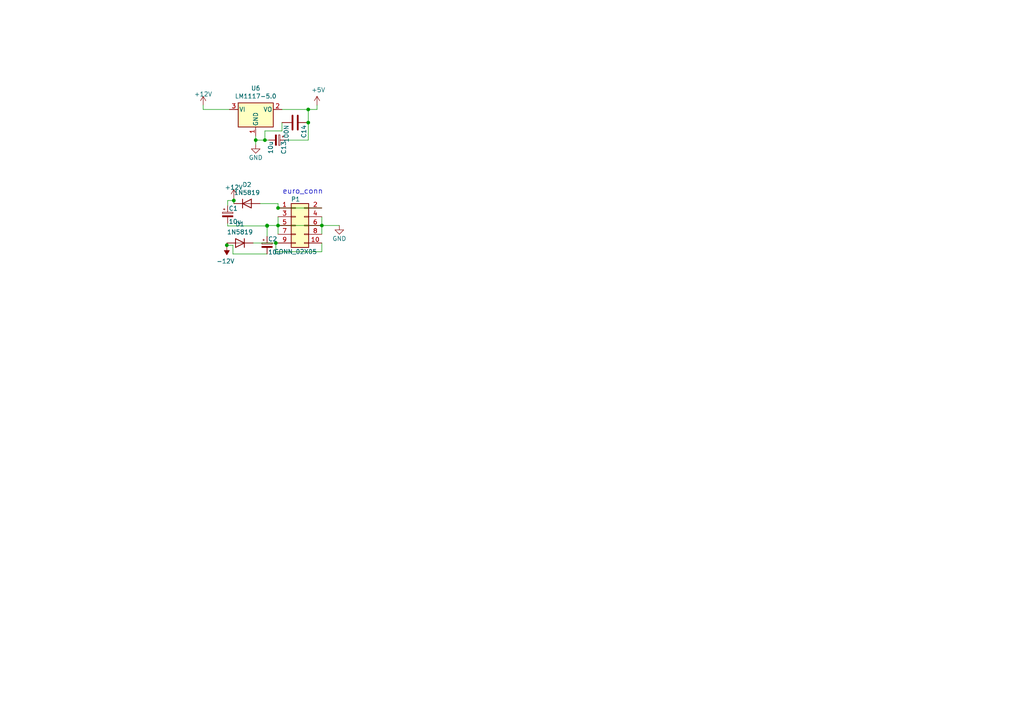
<source format=kicad_sch>
(kicad_sch (version 20211123) (generator eeschema)
  (paper "A4")
  (lib_symbols
    (symbol "Connector_Generic:Conn_02x05_Odd_Even" (pin_names (offset 1.016) hide)
      (property "Reference" "J" (at 1.27 7.62 0))
      (property "Value" "Conn_02x05_Odd_Even" (at 1.27 -7.62 0))
      (symbol "Conn_02x05_Odd_Even_1_1"
        (rectangle (start -1.27 -4.953) (end 0 -5.207) (stroke (width 0.1524)))
        (rectangle (start -1.27 -2.413) (end 0 -2.667) (stroke (width 0.1524)))
        (rectangle (start -1.27 0.127) (end 0 -0.127) (stroke (width 0.1524)))
        (rectangle (start -1.27 2.667) (end 0 2.413) (stroke (width 0.1524)))
        (rectangle (start -1.27 5.207) (end 0 4.953) (stroke (width 0.1524)))
        (rectangle (start -1.27 6.35) (end 3.81 -6.35) (stroke (width 0.254)) (fill (type background)))
        (rectangle (start 3.81 -4.953) (end 2.54 -5.207) (stroke (width 0.1524)))
        (rectangle (start 3.81 -2.413) (end 2.54 -2.667) (stroke (width 0.1524)))
        (rectangle (start 3.81 0.127) (end 2.54 -0.127) (stroke (width 0.1524)))
        (rectangle (start 3.81 2.667) (end 2.54 2.413) (stroke (width 0.1524)))
        (rectangle (start 3.81 5.207) (end 2.54 4.953) (stroke (width 0.1524)))
        (pin passive line (at -5.08 5.08 0) (length 3.81) (name "Pin_1") (number "1"))
        (pin passive line (at 7.62 -5.08 180) (length 3.81) (name "Pin_10") (number "10"))
        (pin passive line (at 7.62 5.08 180) (length 3.81) (name "Pin_2") (number "2"))
        (pin passive line (at -5.08 2.54 0) (length 3.81) (name "Pin_3") (number "3"))
        (pin passive line (at 7.62 2.54 180) (length 3.81) (name "Pin_4") (number "4"))
        (pin passive line (at -5.08 0 0) (length 3.81) (name "Pin_5") (number "5"))
        (pin passive line (at 7.62 0 180) (length 3.81) (name "Pin_6") (number "6"))
        (pin passive line (at -5.08 -2.54 0) (length 3.81) (name "Pin_7") (number "7"))
        (pin passive line (at 7.62 -2.54 180) (length 3.81) (name "Pin_8") (number "8"))
        (pin passive line (at -5.08 -5.08 0) (length 3.81) (name "Pin_9") (number "9"))
      )
    )
    (symbol "Device:C" (pin_numbers hide) (pin_names (offset 0.254))
      (property "Reference" "C" (at 0.635 2.54 0))
      (property "Value" "C" (at 0.635 -2.54 0))
      (symbol "C_0_1"
        (polyline (pts (xy -2.032 -0.762) (xy 2.032 -0.762)) (stroke (width 0.508)))
        (polyline (pts (xy -2.032 0.762) (xy 2.032 0.762)) (stroke (width 0.508)))
      )
      (symbol "C_1_1"
        (pin passive line (at 0 3.81 270) (length 2.794) (name "~") (number "1"))
        (pin passive line (at 0 -3.81 90) (length 2.794) (name "~") (number "2"))
      )
    )
    (symbol "Device:C_Polarized_Small" (pin_numbers hide) (pin_names (offset 0.254) hide)
      (property "Reference" "C" (at 0.254 1.778 0))
      (property "Value" "C_Polarized_Small" (at 0.254 -2.032 0))
      (symbol "C_Polarized_Small_0_1"
        (rectangle (start -1.524 -0.3048) (end 1.524 -0.6858) (fill (type outline)))
        (rectangle (start -1.524 0.6858) (end 1.524 0.3048))
        (polyline (pts (xy -1.27 1.524) (xy -0.762 1.524)))
        (polyline (pts (xy -1.016 1.27) (xy -1.016 1.778)))
      )
      (symbol "C_Polarized_Small_1_1"
        (pin passive line (at 0 2.54 270) (length 1.8542) (name "~") (number "1"))
        (pin passive line (at 0 -2.54 90) (length 1.8542) (name "~") (number "2"))
      )
    )
    (symbol "Device:D" (pin_numbers hide) (pin_names (offset 1.016) hide)
      (property "Reference" "D" (at 0 2.54 0))
      (property "Value" "D" (at 0 -2.54 0))
      (symbol "D_0_1"
        (polyline (pts (xy -1.27 1.27) (xy -1.27 -1.27)) (stroke (width 0.254)))
        (polyline (pts (xy 1.27 0) (xy -1.27 0)))
        (polyline (pts (xy 1.27 1.27) (xy 1.27 -1.27) (xy -1.27 0) (xy 1.27 1.27)) (stroke (width 0.254)))
      )
      (symbol "D_1_1"
        (pin passive line (at -3.81 0 0) (length 2.54) (name "K") (number "1"))
        (pin passive line (at 3.81 0 180) (length 2.54) (name "A") (number "2"))
      )
    )
    (symbol "Regulator_Linear:LM1117-3.3" (pin_names (offset 0.254))
      (property "Reference" "U" (at -3.81 3.175 0))
      (property "Value" "LM1117-3.3" (at 0 3.175 0))
      (symbol "LM1117-3.3_0_1"
        (rectangle (start -5.08 -5.08) (end 5.08 1.905) (stroke (width 0.254)) (fill (type background)))
      )
      (symbol "LM1117-3.3_1_1"
        (pin power_in line (at 0 -7.62 90) (length 2.54) (name "GND") (number "1"))
        (pin power_out line (at 7.62 0 180) (length 2.54) (name "VO") (number "2"))
        (pin power_in line (at -7.62 0 0) (length 2.54) (name "VI") (number "3"))
      )
    )
    (symbol "power:+12V" (power) (pin_names (offset 0))
      (property "Value" "+12V" (at 0 3.556 0))
      (symbol "+12V_0_1"
        (polyline (pts (xy -0.762 1.27) (xy 0 2.54)))
        (polyline (pts (xy 0 0) (xy 0 2.54)))
        (polyline (pts (xy 0 2.54) (xy 0.762 1.27)))
      )
      (symbol "+12V_1_1"
        (pin power_in line (at 0 0 90) (length 0) hide (name "+12V") (number "1"))
      )
    )
    (symbol "power:+5V" (power) (pin_names (offset 0))
      (property "Value" "+5V" (at 0 3.556 0))
      (symbol "+5V_0_1"
        (polyline (pts (xy -0.762 1.27) (xy 0 2.54)))
        (polyline (pts (xy 0 0) (xy 0 2.54)))
        (polyline (pts (xy 0 2.54) (xy 0.762 1.27)))
      )
      (symbol "+5V_1_1"
        (pin power_in line (at 0 0 90) (length 0) hide (name "+5V") (number "1"))
      )
    )
    (symbol "power:-12V" (power) (pin_names (offset 0))
      (property "Value" "-12V" (at 0 3.81 0))
      (symbol "-12V_0_0"
        (pin power_in line (at 0 0 90) (length 0) hide (name "-12V") (number "1"))
      )
      (symbol "-12V_0_1"
        (polyline (pts (xy 0 0) (xy 0 1.27) (xy 0.762 1.27) (xy 0 2.54) (xy -0.762 1.27) (xy 0 1.27)) (fill (type outline)))
      )
    )
    (symbol "power:GND" (power) (pin_names (offset 0))
      (property "Value" "GND" (at 0 -3.81 0))
      (symbol "GND_0_1"
        (polyline (pts (xy 0 0) (xy 0 -1.27) (xy 1.27 -1.27) (xy 0 -2.54) (xy -1.27 -1.27) (xy 0 -1.27)))
      )
      (symbol "GND_1_1"
        (pin power_in line (at 0 0 270) (length 0) hide (name "GND") (number "1"))
      )
    )
  )
  (junction (at 89.408 31.75))
  (junction (at 77.47 65.405))
  (junction (at 76.835 40.64))
  (junction (at 77.47 65.532))
  (junction (at 65.786 71.12))
  (junction (at 80.01 70.485))
  (junction (at 67.818 58.166))
  (junction (at 93.345 65.405))
  (junction (at 80.645 65.405))
  (junction (at 80.645 60.325))
  (junction (at 89.408 35.56))
  (junction (at 74.168 40.64))
  (wire (pts (xy 58.928 31.75) (xy 58.928 30.48)))
  (wire (pts (xy 91.948 31.75) (xy 91.948 30.48)))
  (wire (pts (xy 74.168 39.37) (xy 74.168 40.64)))
  (wire (pts (xy 89.408 40.64) (xy 83.058 40.64)))
  (wire (pts (xy 89.408 35.56) (xy 89.408 40.64)))
  (wire (pts (xy 66.04 64.77) (xy 66.04 65.532)))
  (wire (pts (xy 93.345 73.025) (xy 80.01 73.025)))
  (wire (pts (xy 76.835 37.973) (xy 81.788 37.973)))
  (wire (pts (xy 89.408 31.75) (xy 89.408 35.56)))
  (wire (pts (xy 66.04 65.532) (xy 77.47 65.532)))
  (wire (pts (xy 89.408 31.75) (xy 91.948 31.75)))
  (wire (pts (xy 81.788 31.75) (xy 89.408 31.75)))
  (wire (pts (xy 76.835 40.64) (xy 76.835 37.973)))
  (wire (pts (xy 67.564 73.66) (xy 67.564 71.12)))
  (wire (pts (xy 77.47 65.405) (xy 77.47 65.532)))
  (wire (pts (xy 80.01 70.485) (xy 80.645 70.485)))
  (wire (pts (xy 93.345 70.485) (xy 93.345 73.025)))
  (wire (pts (xy 77.47 73.66) (xy 67.564 73.66)))
  (wire (pts (xy 67.818 57.531) (xy 67.818 58.166)))
  (wire (pts (xy 80.645 65.405) (xy 93.345 65.405)))
  (wire (pts (xy 93.345 65.405) (xy 93.345 67.945)))
  (wire (pts (xy 80.01 73.025) (xy 80.01 70.485)))
  (wire (pts (xy 80.645 65.405) (xy 77.47 65.405)))
  (wire (pts (xy 67.818 58.166) (xy 67.818 59.055)))
  (wire (pts (xy 66.04 59.69) (xy 66.04 58.166)))
  (wire (pts (xy 93.345 65.405) (xy 98.425 65.405)))
  (wire (pts (xy 80.645 62.865) (xy 80.645 65.405)))
  (wire (pts (xy 75.438 59.055) (xy 80.645 59.055)))
  (wire (pts (xy 80.645 60.325) (xy 93.345 60.325)))
  (wire (pts (xy 65.786 71.12) (xy 65.786 71.374)))
  (wire (pts (xy 81.788 37.973) (xy 81.788 35.56)))
  (wire (pts (xy 74.168 40.64) (xy 74.168 41.91)))
  (wire (pts (xy 58.928 31.75) (xy 66.548 31.75)))
  (wire (pts (xy 80.645 65.405) (xy 80.645 67.945)))
  (wire (pts (xy 65.786 70.485) (xy 65.786 71.12)))
  (wire (pts (xy 73.406 70.485) (xy 80.01 70.485)))
  (wire (pts (xy 77.47 65.532) (xy 77.47 68.58)))
  (wire (pts (xy 67.564 71.12) (xy 65.786 71.12)))
  (wire (pts (xy 80.645 59.055) (xy 80.645 60.325)))
  (wire (pts (xy 93.345 62.865) (xy 93.345 65.405)))
  (wire (pts (xy 74.168 40.64) (xy 76.835 40.64)))
  (wire (pts (xy 66.04 58.166) (xy 67.818 58.166)))
  (wire (pts (xy 76.835 40.64) (xy 77.978 40.64)))
  (text "euro_conn" (at 81.915 56.515 0) (effects (font (size 1.524 1.524)) (justify left bottom)))
  (symbol (lib_id "Connector_Generic:Conn_02x05_Odd_Even") (at 85.725 65.405 0) (unit 1)
    (property "Reference" "P1" (at 85.725 57.785 0))
    (property "Value" "CONN_02X05" (at 85.725 73.025 0))
    (property "Footprint" "Connector_PinHeader_2.54mm:PinHeader_2x05_P2.54mm_Vertical" (effects hide))
  )
  (symbol (lib_id "power:+12V") (at 67.818 57.531 0) (unit 1)
    (property "Reference" "#PWR02" (effects hide))
    (property "Value" "+12V" (at 67.818 54.356 0))
  )
  (symbol (lib_id "power:GND") (at 98.425 65.405 0) (unit 1)
    (property "Reference" "#PWR03" (effects hide))
    (property "Value" "GND" (at 98.425 69.215 0))
  )
  (symbol (lib_id "power:-12V") (at 65.786 71.374 180) (unit 1)
    (property "Reference" "#PWR01" (effects hide))
    (property "Value" "-12V" (at 65.405 75.7682 0))
  )
  (symbol (lib_id "Device:C_Polarized_Small") (at 66.04 62.23 0) (unit 1)
    (property "Reference" "C1" (at 66.294 60.452 0) (effects (justify left)))
    (property "Value" "10u" (at 66.294 64.262 0) (effects (justify left)))
    (property "Footprint" "Capacitor_Tantalum_SMD:CP_EIA-3216-18_Kemet-A" (effects hide))
  )
  (symbol (lib_id "Device:C_Polarized_Small") (at 77.47 71.12 0) (unit 1)
    (property "Reference" "C2" (at 77.724 69.342 0) (effects (justify left)))
    (property "Value" "10u" (at 77.724 73.152 0) (effects (justify left)))
    (property "Footprint" "Capacitor_Tantalum_SMD:CP_EIA-3216-18_Kemet-A" (effects hide))
  )
  (symbol (lib_id "Device:D") (at 71.628 59.055 0) (unit 1)
    (property "Reference" "D2" (at 71.628 53.5686 0))
    (property "Value" "1N5819" (at 71.628 55.88 0))
    (property "Footprint" "Diode_SMD:D_SOD-123" (effects hide))
  )
  (symbol (lib_id "Device:D") (at 69.596 70.485 180) (unit 1)
    (property "Reference" "D1" (at 69.596 64.9986 0))
    (property "Value" "1N5819" (at 69.596 67.31 0))
    (property "Footprint" "Diode_SMD:D_SOD-123" (effects hide))
  )
  (symbol (lib_id "Device:C") (at 85.598 35.56 270) (unit 1)
    (property "Reference" "C14" (at 88.138 36.195 0) (effects (justify left)))
    (property "Value" "100N" (at 83.058 36.195 0) (effects (justify left)))
    (property "Footprint" "Capacitor_SMD:C_0805_2012Metric" (effects hide))
  )
  (symbol (lib_id "Device:C_Polarized_Small") (at 80.518 40.64 270) (unit 1)
    (property "Reference" "C13" (at 82.296 40.894 0) (effects (justify left)))
    (property "Value" "10u" (at 78.486 40.894 0) (effects (justify left)))
    (property "Footprint" "Capacitor_Tantalum_SMD:CP_EIA-3216-18_Kemet-A" (effects hide))
  )
  (symbol (lib_id "power:+12V") (at 58.928 30.48 0) (unit 1)
    (property "Reference" "#PWR056" (effects hide))
    (property "Value" "+12V" (at 58.928 27.305 0))
  )
  (symbol (lib_id "power:+5V") (at 91.948 30.48 0) (unit 1)
    (property "Reference" "#PWR058" (effects hide))
    (property "Value" "+5V" (at 92.329 26.0858 0))
  )
  (symbol (lib_id "power:GND") (at 74.168 41.91 0) (unit 1)
    (property "Reference" "#PWR057" (effects hide))
    (property "Value" "GND" (at 74.168 45.72 0))
  )
  (symbol (lib_id "Regulator_Linear:LM1117-3.3") (at 74.168 31.75 0) (unit 1)
    (property "Reference" "U6" (at 74.168 25.6032 0))
    (property "Value" "LM1117-5.0" (at 74.168 27.9146 0))
    (property "Footprint" "Package_TO_SOT_SMD:TO-252-2" (effects hide))
    (property "Datasheet" "http://www.ti.com/lit/ds/symlink/lm1117.pdf" (effects hide))
  )
)
</source>
